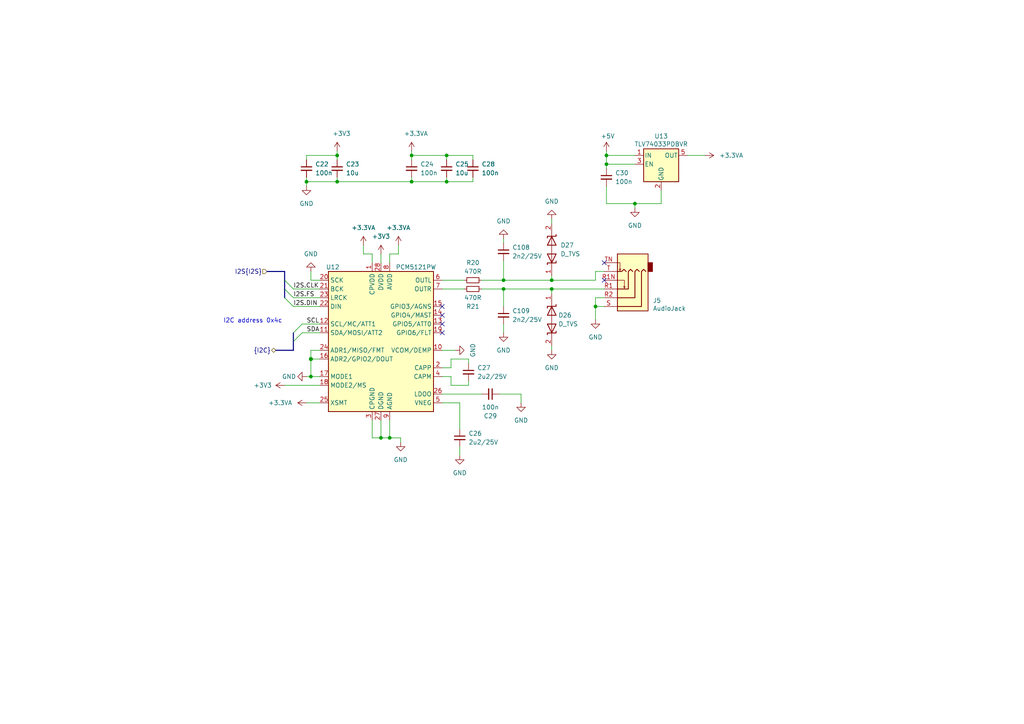
<source format=kicad_sch>
(kicad_sch (version 20231120) (generator "eeschema") (generator_version "8.0")
  (paper "A4")
  (title_block (title "Audio") (date "2022-11-06") (rev "1.3b") (company "Nabu Casa") (comment 1 "www.nabucasa.com") (comment 2 "Yellow"))
  (lib_symbols
    (symbol "Audio:PCM5121PW"
      (property "Reference" "U" (at -13.97 21.59 0))
      (property "Value" "PCM5121PW" (at 10.16 21.59 0))
      (symbol "PCM5121PW_0_1"
        (rectangle (start -15.24 20.32) (end 15.24 -20.32) (stroke (width 0.254)) (fill (type background)))
      )
      (symbol "PCM5121PW_1_1"
        (pin power_in line (at -2.54 22.86 270) (length 2.54) (name "CPVDD") (number "1"))
        (pin bidirectional line (at 17.78 -2.54 180) (length 2.54) (name "VCOM/DEMP") (number "10"))
        (pin bidirectional line (at -17.78 2.54 0) (length 2.54) (name "SDA/MOSI/ATT2") (number "11"))
        (pin input line (at -17.78 5.08 0) (length 2.54) (name "SCL/MC/ATT1") (number "12"))
        (pin bidirectional line (at 17.78 5.08 180) (length 2.54) (name "GPIO5/ATT0") (number "13"))
        (pin bidirectional line (at 17.78 7.62 180) (length 2.54) (name "GPIO4/MAST") (number "14"))
        (pin bidirectional line (at 17.78 10.16 180) (length 2.54) (name "GPIO3/AGNS") (number "15"))
        (pin bidirectional line (at -17.78 -5.08 0) (length 2.54) (name "ADR2/GPIO2/DOUT") (number "16"))
        (pin input line (at -17.78 -10.16 0) (length 2.54) (name "MODE1") (number "17"))
        (pin input line (at -17.78 -12.7 0) (length 2.54) (name "MODE2/MS") (number "18"))
        (pin bidirectional line (at 17.78 2.54 180) (length 2.54) (name "GPIO6/FLT") (number "19"))
        (pin passive line (at 17.78 -7.62 180) (length 2.54) (name "CAPP") (number "2"))
        (pin input line (at -17.78 17.78 0) (length 2.54) (name "SCK") (number "20"))
        (pin bidirectional line (at -17.78 15.24 0) (length 2.54) (name "BCK") (number "21"))
        (pin input line (at -17.78 10.16 0) (length 2.54) (name "DIN") (number "22"))
        (pin bidirectional line (at -17.78 12.7 0) (length 2.54) (name "LRCK") (number "23"))
        (pin bidirectional line (at -17.78 -2.54 0) (length 2.54) (name "ADR1/MISO/FMT") (number "24"))
        (pin input line (at -17.78 -17.78 0) (length 2.54) (name "XSMT") (number "25"))
        (pin passive line (at 17.78 -15.24 180) (length 2.54) (name "LDOO") (number "26"))
        (pin power_in line (at 0 -22.86 90) (length 2.54) (name "DGND") (number "27"))
        (pin power_in line (at 0 22.86 270) (length 2.54) (name "DVDD") (number "28"))
        (pin power_in line (at -2.54 -22.86 90) (length 2.54) (name "CPGND") (number "3"))
        (pin passive line (at 17.78 -10.16 180) (length 2.54) (name "CAPM") (number "4"))
        (pin passive line (at 17.78 -17.78 180) (length 2.54) (name "VNEG") (number "5"))
        (pin output line (at 17.78 17.78 180) (length 2.54) (name "OUTL") (number "6"))
        (pin output line (at 17.78 15.24 180) (length 2.54) (name "OUTR") (number "7"))
        (pin power_in line (at 2.54 22.86 270) (length 2.54) (name "AVDD") (number "8"))
        (pin power_in line (at 2.54 -22.86 90) (length 2.54) (name "AGND") (number "9"))
      )
    )
    (symbol "Connector:AudioJack4_SwitchTR1"
      (property "Reference" "J" (at 0 11.43 0))
      (property "Value" "AudioJack4_SwitchTR1" (at 0 8.89 0))
      (symbol "AudioJack4_SwitchTR1_0_1"
        (rectangle (start -7.62 -5.08) (end -8.89 -7.62) (stroke (width 0.254)) (fill (type outline)))
        (polyline (pts (xy 1.27 -5.08) (xy 2.54 -5.08)))
        (polyline (pts (xy 1.27 2.54) (xy 2.54 2.54)))
        (polyline (pts (xy 2.54 0) (xy 1.27 0)))
        (polyline (pts (xy 2.54 5.08) (xy 1.27 5.08)))
        (rectangle (start 1.27 6.35) (end -7.62 -10.16) (stroke (width 0.254)) (fill (type background)))
      )
      (symbol "AudioJack4_SwitchTR1_1_1"
        (polyline (pts (xy -0.762 -0.254) (xy -0.508 -0.762)))
        (polyline (pts (xy 0.508 -5.334) (xy 0.762 -5.842)))
        (polyline (pts (xy -1.27 -5.08) (xy -0.635 -5.715) (xy 0 -5.08) (xy 1.27 -5.08)) (stroke (width 0.254)))
        (polyline (pts (xy 2.54 -7.62) (xy 0.508 -7.62) (xy 0.508 -5.334) (xy 0.254 -5.842)))
        (polyline (pts (xy 2.54 -2.54) (xy -0.762 -2.54) (xy -0.762 -0.254) (xy -1.016 -0.762)))
        (polyline (pts (xy -3.175 -5.08) (xy -2.54 -5.715) (xy -1.905 -5.08) (xy -1.905 0) (xy 1.27 0)) (stroke (width 0.254)))
        (polyline (pts (xy 1.27 2.54) (xy -3.81 2.54) (xy -3.81 -5.08) (xy -4.445 -5.715) (xy -5.08 -5.08)) (stroke (width 0.254)))
        (polyline (pts (xy 1.27 5.08) (xy -5.715 5.08) (xy -5.715 -5.08) (xy -6.35 -5.715) (xy -6.985 -5.08)) (stroke (width 0.254)))
        (pin passive line (at 5.08 0 180) (length 2.54) (name "~") (number "R1"))
        (pin passive line (at 5.08 -2.54 180) (length 2.54) (name "~") (number "R1N"))
        (pin passive line (at 5.08 2.54 180) (length 2.54) (name "~") (number "R2"))
        (pin passive line (at 5.08 5.08 180) (length 2.54) (name "~") (number "S"))
        (pin passive line (at 5.08 -5.08 180) (length 2.54) (name "~") (number "T"))
        (pin passive line (at 5.08 -7.62 180) (length 2.54) (name "~") (number "TN"))
      )
    )
    (symbol "Device:C_Small" (pin_numbers hide) (pin_names (offset 0.254) hide)
      (property "Reference" "C" (at 0.254 1.778 0))
      (property "Value" "C_Small" (at 0.254 -2.032 0))
      (symbol "C_Small_0_1"
        (polyline (pts (xy -1.524 -0.508) (xy 1.524 -0.508)) (stroke (width 0.3302)))
        (polyline (pts (xy -1.524 0.508) (xy 1.524 0.508)) (stroke (width 0.3048)))
      )
      (symbol "C_Small_1_1"
        (pin passive line (at 0 2.54 270) (length 2.032) (name "~") (number "1"))
        (pin passive line (at 0 -2.54 90) (length 2.032) (name "~") (number "2"))
      )
    )
    (symbol "Device:R_Small" (pin_numbers hide) (pin_names (offset 0.254) hide)
      (property "Reference" "R" (at 0.762 0.508 0))
      (property "Value" "R_Small" (at 0.762 -1.016 0))
      (symbol "R_Small_0_1"
        (rectangle (start -0.762 1.778) (end 0.762 -1.778) (stroke (width 0.2032)))
      )
      (symbol "R_Small_1_1"
        (pin passive line (at 0 2.54 270) (length 0.762) (name "~") (number "1"))
        (pin passive line (at 0 -2.54 90) (length 0.762) (name "~") (number "2"))
      )
    )
    (symbol "Regulator_Linear:TLV73333PDBV" (pin_names (offset 0.254))
      (property "Reference" "U" (at -3.81 5.715 0))
      (property "Value" "TLV73333PDBV" (at 0 5.715 0))
      (symbol "TLV73333PDBV_0_1"
        (rectangle (start -5.08 4.445) (end 5.08 -5.08) (stroke (width 0.254)) (fill (type background)))
      )
      (symbol "TLV73333PDBV_1_1"
        (pin power_in line (at -7.62 2.54 0) (length 2.54) (name "IN") (number "1"))
        (pin power_in line (at 0 -7.62 90) (length 2.54) (name "GND") (number "2"))
        (pin input line (at -7.62 0 0) (length 2.54) (name "EN") (number "3"))
        (pin no_connect line (at 5.08 0 180) (length 2.54) hide (name "NC") (number "4"))
        (pin power_out line (at 7.62 2.54 180) (length 2.54) (name "OUT") (number "5"))
      )
    )
    (symbol "Yellow:D_TVS_Reverse" (pin_names (offset 1.016) hide)
      (property "Reference" "D" (at 0 2.54 0))
      (property "Value" "D_TVS_Reverse" (at 0 -2.54 0))
      (symbol "D_TVS_Reverse_0_1"
        (polyline (pts (xy 5.08 0) (xy -5.08 0)))
        (polyline (pts (xy -4.3688 1.27) (xy -3.8608 1.27) (xy -3.8608 -1.27) (xy -3.3528 -1.27)) (stroke (width 0.254)))
        (polyline (pts (xy -3.81 0) (xy -1.27 1.27) (xy -1.27 -1.27) (xy -3.81 0)) (stroke (width 0.254)))
        (polyline (pts (xy 3.81 0) (xy 1.27 -1.27) (xy 1.27 1.27) (xy 3.81 0)) (stroke (width 0.254)))
        (polyline (pts (xy 4.3688 -1.27) (xy 3.8608 -1.27) (xy 3.8608 1.27) (xy 3.3528 1.27)) (stroke (width 0.254)))
      )
      (symbol "D_TVS_Reverse_1_1"
        (pin passive line (at -7.62 0 0) (length 2.54) (name "A1") (number "1"))
        (pin passive line (at 7.62 0 180) (length 2.54) (name "A2") (number "2"))
      )
    )
    (symbol "power:+3.3V" (power) (pin_names (offset 0))
      (property "Value" "+3.3V" (at 0 3.556 0))
      (symbol "+3.3V_0_1"
        (polyline (pts (xy -0.762 1.27) (xy 0 2.54)))
        (polyline (pts (xy 0 0) (xy 0 2.54)))
        (polyline (pts (xy 0 2.54) (xy 0.762 1.27)))
      )
      (symbol "+3.3V_1_1"
        (pin power_in line (at 0 0 90) (length 0) hide (name "+3V3") (number "1"))
      )
    )
    (symbol "power:+3.3VA" (power) (pin_names (offset 0))
      (property "Value" "+3.3VA" (at 0 3.556 0))
      (symbol "+3.3VA_0_1"
        (polyline (pts (xy -0.762 1.27) (xy 0 2.54)))
        (polyline (pts (xy 0 0) (xy 0 2.54)))
        (polyline (pts (xy 0 2.54) (xy 0.762 1.27)))
      )
      (symbol "+3.3VA_1_1"
        (pin power_in line (at 0 0 90) (length 0) hide (name "+3.3VA") (number "1"))
      )
    )
    (symbol "power:+5V" (power) (pin_names (offset 0))
      (property "Value" "+5V" (at 0 3.556 0))
      (symbol "+5V_0_1"
        (polyline (pts (xy -0.762 1.27) (xy 0 2.54)))
        (polyline (pts (xy 0 0) (xy 0 2.54)))
        (polyline (pts (xy 0 2.54) (xy 0.762 1.27)))
      )
      (symbol "+5V_1_1"
        (pin power_in line (at 0 0 90) (length 0) hide (name "+5V") (number "1"))
      )
    )
    (symbol "power:GND" (power) (pin_names (offset 0))
      (property "Value" "GND" (at 0 -3.81 0))
      (symbol "GND_0_1"
        (polyline (pts (xy 0 0) (xy 0 -1.27) (xy 1.27 -1.27) (xy 0 -2.54) (xy -1.27 -1.27) (xy 0 -1.27)))
      )
      (symbol "GND_1_1"
        (pin power_in line (at 0 0 270) (length 0) hide (name "GND") (number "1"))
      )
    )
  )
  (bus_alias "I2S" (members "CLK" "FS" "DIN"))
  (junction (at 146.05 81.28) (diameter 0.9144))
  (junction (at 110.49 127) (diameter 0.9144))
  (junction (at 175.895 45.085) (diameter 0.9144))
  (junction (at 129.54 45.085) (diameter 0.9144))
  (junction (at 160.02 83.82) (diameter 0.9144))
  (junction (at 90.17 104.14) (diameter 1.016))
  (junction (at 113.03 127) (diameter 0.9144))
  (junction (at 119.38 45.085) (diameter 0.9144))
  (junction (at 97.79 52.705) (diameter 0.9144))
  (junction (at 88.9 52.705) (diameter 0.9144))
  (junction (at 97.79 45.085) (diameter 0.9144))
  (junction (at 146.05 83.82) (diameter 0.9144))
  (junction (at 90.17 109.22) (diameter 0.9144))
  (junction (at 119.38 52.705) (diameter 0.9144))
  (junction (at 160.02 81.28) (diameter 0.9144))
  (junction (at 129.54 52.705) (diameter 0.9144))
  (junction (at 172.72 88.9) (diameter 0.9144))
  (junction (at 184.15 59.055) (diameter 0.9144))
  (junction (at 175.895 47.625) (diameter 0.9144))
  (no_connect (at 128.27 93.98))
  (no_connect (at 128.27 91.44))
  (no_connect (at 128.27 88.9))
  (no_connect (at 128.27 96.52))
  (no_connect (at 175.26 76.2))
  (no_connect (at 175.26 81.28))
  (bus_entry (at 82.55 86.36) (size 2.54 2.54) (stroke (width 0.1524)))
  (bus_entry (at 85.09 99.06) (size 2.54 -2.54) (stroke (width 0.1524)))
  (bus_entry (at 82.55 81.28) (size 2.54 2.54) (stroke (width 0.1524)))
  (bus_entry (at 82.55 83.82) (size 2.54 2.54) (stroke (width 0.1524)))
  (bus_entry (at 85.09 96.52) (size 2.54 -2.54) (stroke (width 0.1524)))
  (wire (pts (xy 97.79 45.085) (xy 97.79 46.355)))
  (wire (pts (xy 92.71 101.6) (xy 90.17 101.6)))
  (wire (pts (xy 133.35 116.84) (xy 133.35 124.46)))
  (wire (pts (xy 160.02 81.28) (xy 172.72 81.28)))
  (wire (pts (xy 172.72 81.28) (xy 172.72 78.74)))
  (wire (pts (xy 172.72 78.74) (xy 175.26 78.74)))
  (wire (pts (xy 160.02 83.82) (xy 160.02 85.09)))
  (bus (pts (xy 82.55 78.74) (xy 82.55 81.28)))
  (bus (pts (xy 82.55 81.28) (xy 82.55 83.82)))
  (bus (pts (xy 82.55 83.82) (xy 82.55 86.36)))
  (wire (pts (xy 146.05 75.565) (xy 146.05 81.28)))
  (bus (pts (xy 80.01 101.6) (xy 85.09 101.6)))
  (wire (pts (xy 107.95 76.2) (xy 107.95 73.66)))
  (wire (pts (xy 130.81 109.22) (xy 130.81 111.76)))
  (wire (pts (xy 175.895 47.625) (xy 184.15 47.625)))
  (wire (pts (xy 139.7 83.82) (xy 146.05 83.82)))
  (wire (pts (xy 175.895 53.975) (xy 175.895 59.055)))
  (wire (pts (xy 107.95 121.92) (xy 107.95 127)))
  (wire (pts (xy 113.03 127) (xy 116.205 127)))
  (wire (pts (xy 116.205 127) (xy 116.205 128.27)))
  (wire (pts (xy 160.02 80.01) (xy 160.02 81.28)))
  (wire (pts (xy 130.81 104.14) (xy 135.89 104.14)))
  (wire (pts (xy 172.72 86.36) (xy 172.72 88.9)))
  (wire (pts (xy 175.26 86.36) (xy 172.72 86.36)))
  (wire (pts (xy 133.35 129.54) (xy 133.35 132.08)))
  (wire (pts (xy 88.9 109.22) (xy 90.17 109.22)))
  (wire (pts (xy 137.16 51.435) (xy 137.16 52.705)))
  (wire (pts (xy 137.16 46.355) (xy 137.16 45.085)))
  (wire (pts (xy 88.9 45.085) (xy 97.79 45.085)))
  (wire (pts (xy 88.9 46.355) (xy 88.9 45.085)))
  (wire (pts (xy 130.81 111.76) (xy 135.89 111.76)))
  (wire (pts (xy 146.05 83.82) (xy 146.05 88.9)))
  (wire (pts (xy 175.895 43.815) (xy 175.895 45.085)))
  (wire (pts (xy 90.17 78.74) (xy 90.17 81.28)))
  (wire (pts (xy 199.39 45.085) (xy 204.47 45.085)))
  (wire (pts (xy 160.02 100.33) (xy 160.02 101.6)))
  (wire (pts (xy 87.63 96.52) (xy 92.71 96.52)))
  (wire (pts (xy 146.05 93.98) (xy 146.05 96.52)))
  (wire (pts (xy 146.05 69.215) (xy 146.05 70.485)))
  (wire (pts (xy 128.27 81.28) (xy 134.62 81.28)))
  (wire (pts (xy 175.895 47.625) (xy 175.895 48.895)))
  (wire (pts (xy 87.63 93.98) (xy 92.71 93.98)))
  (wire (pts (xy 92.71 104.14) (xy 90.17 104.14)))
  (wire (pts (xy 85.09 86.36) (xy 92.71 86.36)))
  (wire (pts (xy 90.17 104.14) (xy 90.17 109.22)))
  (wire (pts (xy 137.16 45.085) (xy 129.54 45.085)))
  (wire (pts (xy 107.95 73.66) (xy 105.41 73.66)))
  (wire (pts (xy 88.9 52.705) (xy 88.9 53.975)))
  (wire (pts (xy 146.05 81.28) (xy 160.02 81.28)))
  (wire (pts (xy 110.49 121.92) (xy 110.49 127)))
  (wire (pts (xy 129.54 45.085) (xy 129.54 46.355)))
  (wire (pts (xy 85.09 83.82) (xy 92.71 83.82)))
  (wire (pts (xy 97.79 51.435) (xy 97.79 52.705)))
  (wire (pts (xy 92.71 81.28) (xy 90.17 81.28)))
  (wire (pts (xy 88.9 51.435) (xy 88.9 52.705)))
  (wire (pts (xy 130.81 106.68) (xy 130.81 104.14)))
  (wire (pts (xy 172.72 88.9) (xy 172.72 92.71)))
  (wire (pts (xy 175.26 88.9) (xy 172.72 88.9)))
  (wire (pts (xy 128.27 83.82) (xy 134.62 83.82)))
  (wire (pts (xy 97.79 52.705) (xy 119.38 52.705)))
  (wire (pts (xy 129.54 52.705) (xy 129.54 51.435)))
  (wire (pts (xy 184.15 59.055) (xy 191.77 59.055)))
  (wire (pts (xy 175.895 45.085) (xy 184.15 45.085)))
  (wire (pts (xy 128.27 109.22) (xy 130.81 109.22)))
  (wire (pts (xy 128.27 114.3) (xy 139.7 114.3)))
  (wire (pts (xy 82.55 111.76) (xy 92.71 111.76)))
  (wire (pts (xy 129.54 52.705) (xy 137.16 52.705)))
  (bus (pts (xy 77.47 78.74) (xy 82.55 78.74)))
  (wire (pts (xy 128.27 116.84) (xy 133.35 116.84)))
  (wire (pts (xy 128.27 101.6) (xy 132.08 101.6)))
  (wire (pts (xy 119.38 45.085) (xy 119.38 46.355)))
  (wire (pts (xy 119.38 45.085) (xy 129.54 45.085)))
  (wire (pts (xy 115.57 73.66) (xy 115.57 71.12)))
  (wire (pts (xy 113.03 73.66) (xy 115.57 73.66)))
  (wire (pts (xy 191.77 59.055) (xy 191.77 55.245)))
  (wire (pts (xy 160.02 63.5) (xy 160.02 64.77)))
  (wire (pts (xy 139.7 81.28) (xy 146.05 81.28)))
  (wire (pts (xy 105.41 73.66) (xy 105.41 71.12)))
  (wire (pts (xy 92.71 109.22) (xy 90.17 109.22)))
  (wire (pts (xy 135.89 111.76) (xy 135.89 110.49)))
  (wire (pts (xy 88.9 116.84) (xy 92.71 116.84)))
  (wire (pts (xy 175.895 45.085) (xy 175.895 47.625)))
  (wire (pts (xy 113.03 76.2) (xy 113.03 73.66)))
  (wire (pts (xy 119.38 51.435) (xy 119.38 52.705)))
  (wire (pts (xy 175.895 59.055) (xy 184.15 59.055)))
  (wire (pts (xy 97.79 43.815) (xy 97.79 45.085)))
  (wire (pts (xy 135.89 104.14) (xy 135.89 105.41)))
  (wire (pts (xy 144.78 114.3) (xy 151.13 114.3)))
  (wire (pts (xy 184.15 59.055) (xy 184.15 60.325)))
  (wire (pts (xy 113.03 121.92) (xy 113.03 127)))
  (wire (pts (xy 119.38 43.815) (xy 119.38 45.085)))
  (wire (pts (xy 160.02 83.82) (xy 175.26 83.82)))
  (wire (pts (xy 146.05 83.82) (xy 160.02 83.82)))
  (wire (pts (xy 107.95 127) (xy 110.49 127)))
  (wire (pts (xy 110.49 127) (xy 113.03 127)))
  (wire (pts (xy 85.09 88.9) (xy 92.71 88.9)))
  (wire (pts (xy 119.38 52.705) (xy 129.54 52.705)))
  (wire (pts (xy 110.49 76.2) (xy 110.49 73.66)))
  (wire (pts (xy 90.17 101.6) (xy 90.17 104.14)))
  (bus (pts (xy 85.09 99.06) (xy 85.09 101.6)))
  (bus (pts (xy 85.09 96.52) (xy 85.09 99.06)))
  (wire (pts (xy 151.13 114.3) (xy 151.13 116.84)))
  (wire (pts (xy 88.9 52.705) (xy 97.79 52.705)))
  (wire (pts (xy 128.27 106.68) (xy 130.81 106.68)))
  (text "I2C address 0x4c" (at 64.77 93.853 0) (effects (font (size 1.27 1.27)) (justify left bottom)))
  (label "SDA" (at 88.9 96.52 0))
  (label "SCL" (at 88.9 93.98 0))
  (label "I2S.CLK" (at 85.09 83.82 0))
  (label "I2S.DIN" (at 85.09 88.9 0))
  (label "I2S.FS" (at 85.09 86.36 0))
  (hierarchical_label "I2S{I2S}" (shape input) (at 77.47 78.74 180))
  (hierarchical_label "{I2C}" (shape bidirectional) (at 80.01 101.6 180))
  (symbol (lib_id "Device:C_Small") (at 137.16 48.895 0) (unit 1)
    (property "Reference" "C28" (at 139.7 47.625 0) (effects (justify left)))
    (property "Value" "100n" (at 139.7 50.165 0) (effects (justify left)))
    (property "Footprint" "Capacitor_SMD:C_0402_1005Metric" (effects (hide yes)))
    (property "Config" "+Audio" (effects (hide yes)))
  )
  (symbol (lib_id "Device:C_Small") (at 142.24 114.3 270) (unit 1)
    (property "Reference" "C29" (at 142.24 120.65 90))
    (property "Value" "100n" (at 142.24 118.11 90))
    (property "Footprint" "Capacitor_SMD:C_0402_1005Metric" (effects (hide yes)))
    (property "Config" "+Audio" (effects (hide yes)))
  )
  (symbol (lib_id "Device:C_Small") (at 119.38 48.895 0) (unit 1)
    (property "Reference" "C24" (at 121.92 47.625 0) (effects (justify left)))
    (property "Value" "100n" (at 121.92 50.165 0) (effects (justify left)))
    (property "Footprint" "Capacitor_SMD:C_0402_1005Metric" (effects (hide yes)))
    (property "Config" "+Audio" (effects (hide yes)))
  )
  (symbol (lib_id "power:GND") (at 132.08 101.6 90) (unit 1)
    (property "Reference" "#PWR0180" (effects (hide yes)))
    (property "Value" "GND" (at 137.16 101.6 0))
  )
  (symbol (lib_id "Device:C_Small") (at 146.05 73.025 0) (unit 1)
    (property "Reference" "C108" (at 148.59 71.755 0) (effects (justify left)))
    (property "Value" "2n2/25V" (at 148.59 74.295 0) (effects (justify left)))
    (property "Footprint" "Capacitor_SMD:C_0402_1005Metric" (effects (hide yes)))
    (property "Config" "+Audio" (effects (hide yes)))
  )
  (symbol (lib_id "Audio:PCM5121PW") (at 110.49 99.06 0) (unit 1)
    (property "Reference" "U12" (at 96.52 77.47 0))
    (property "Value" "PCM5121PW" (at 120.65 77.47 0))
    (property "Footprint" "Package_SO:TSSOP-28_4.4x9.7mm_P0.65mm" (effects (hide yes)))
    (property "Datasheet" "http://www.ti.com/lit/ds/symlink/pcm5121.pdf" (effects (hide yes)))
    (property "Manufacturer" "Texas Instruments" (effects (hide yes)))
    (property "PartNumber" "PCM5121PWR" (effects (hide yes)))
    (property "Config" "+Audio" (effects (hide yes)))
  )
  (symbol (lib_id "Device:R_Small") (at 137.16 83.82 90) (unit 1)
    (property "Reference" "R21" (at 137.16 88.9 90))
    (property "Value" "470R" (at 137.16 86.36 90))
    (property "Footprint" "Resistor_SMD:R_0402_1005Metric" (effects (hide yes)))
    (property "Config" "+Audio" (effects (hide yes)))
  )
  (symbol (lib_id "power:GND") (at 160.02 101.6 0) (unit 1)
    (property "Reference" "#PWR0198" (effects (hide yes)))
    (property "Value" "GND" (at 160.02 106.68 0))
  )
  (symbol (lib_id "power:GND") (at 146.05 96.52 0) (unit 1)
    (property "Reference" "#PWR0181" (effects (hide yes)))
    (property "Value" "GND" (at 146.05 101.6 0))
  )
  (symbol (lib_id "power:+3.3VA") (at 204.47 45.085 270) (unit 1)
    (property "Reference" "#PWR083" (effects (hide yes)))
    (property "Value" "+3.3VA" (at 212.09 45.085 90))
  )
  (symbol (lib_id "Connector:AudioJack4_SwitchTR1") (at 180.34 83.82 180) (unit 1)
    (property "Reference" "J5" (at 189.3571 87.1664 0) (effects (justify right)))
    (property "Value" "AudioJack" (at 189.357 89.465 0) (effects (justify right)))
    (property "Footprint" "Yellow:Jack_3.5mm_XKB_PJ-3270_Horizontal" (effects (hide yes)))
    (property "Datasheet" "https://datasheet.lcsc.com/lcsc/2002271813_XKB-Connectivity-PJ-3270_C381134.pdf" (effects (hide yes)))
    (property "Manufacturer" "XKB Connectivity" (effects (hide yes)))
    (property "PartNumber" "PJ-3270" (effects (hide yes)))
    (property "Config" "+Audio" (effects (hide yes)))
  )
  (symbol (lib_id "power:+3.3VA") (at 115.57 71.12 0) (unit 1)
    (property "Reference" "#PWR074" (effects (hide yes)))
    (property "Value" "+3.3VA" (at 115.57 66.04 0))
  )
  (symbol (lib_id "power:GND") (at 146.05 69.215 180) (unit 1)
    (property "Reference" "#PWR0217" (effects (hide yes)))
    (property "Value" "GND" (at 146.05 64.135 0))
  )
  (symbol (lib_id "Device:R_Small") (at 137.16 81.28 90) (unit 1)
    (property "Reference" "R20" (at 137.16 76.2 90))
    (property "Value" "470R" (at 137.16 78.74 90))
    (property "Footprint" "Resistor_SMD:R_0402_1005Metric" (effects (hide yes)))
    (property "Config" "+Audio" (effects (hide yes)))
  )
  (symbol (lib_id "power:GND") (at 88.9 109.22 270) (unit 1)
    (property "Reference" "#PWR065" (effects (hide yes)))
    (property "Value" "GND" (at 83.82 109.22 90))
  )
  (symbol (lib_id "power:GND") (at 160.02 63.5 180) (unit 1)
    (property "Reference" "#PWR0200" (effects (hide yes)))
    (property "Value" "GND" (at 160.02 58.42 0))
  )
  (symbol (lib_id "Device:C_Small") (at 97.79 48.895 0) (unit 1)
    (property "Reference" "C23" (at 100.33 47.625 0) (effects (justify left)))
    (property "Value" "10u" (at 100.33 50.165 0) (effects (justify left)))
    (property "Footprint" "Capacitor_SMD:C_0805_2012Metric" (effects (hide yes)))
    (property "Config" "+Audio" (effects (hide yes)))
  )
  (symbol (lib_id "Device:C_Small") (at 129.54 48.895 0) (unit 1)
    (property "Reference" "C25" (at 132.08 47.625 0) (effects (justify left)))
    (property "Value" "10u" (at 132.08 50.165 0) (effects (justify left)))
    (property "Footprint" "Capacitor_SMD:C_0805_2012Metric" (effects (hide yes)))
    (property "Config" "+Audio" (effects (hide yes)))
  )
  (symbol (lib_id "Device:C_Small") (at 146.05 91.44 0) (unit 1)
    (property "Reference" "C109" (at 148.59 90.1699 0) (effects (justify left)))
    (property "Value" "2n2/25V" (at 148.59 92.7099 0) (effects (justify left)))
    (property "Footprint" "Capacitor_SMD:C_0402_1005Metric" (effects (hide yes)))
    (property "Config" "+Audio" (effects (hide yes)))
  )
  (symbol (lib_id "power:+3.3V") (at 110.49 73.66 0) (unit 1)
    (property "Reference" "#PWR071" (effects (hide yes)))
    (property "Value" "+3V3" (at 110.49 68.58 0))
  )
  (symbol (lib_id "power:GND") (at 90.17 78.74 180) (unit 1)
    (property "Reference" "#PWR067" (effects (hide yes)))
    (property "Value" "GND" (at 90.17 73.66 0))
  )
  (symbol (lib_id "Regulator_Linear:TLV73333PDBV") (at 191.77 47.625 0) (unit 1)
    (property "Reference" "U13" (at 191.77 39.5032 0))
    (property "Value" "TLV74033PDBVR" (at 191.77 41.8019 0))
    (property "Footprint" "Package_TO_SOT_SMD:SOT-23-5" (effects (hide yes)))
    (property "Datasheet" "https://media.digikey.com/pdf/Data%20Sheets/TDK%20PDFs/TLV740P_DS.pdf" (effects (hide yes)))
    (property "Manufacturer" "Texas Instruments" (effects (hide yes)))
    (property "PartNumber" "TLV74033PDBVR" (effects (hide yes)))
    (property "Config" "+Audio" (effects (hide yes)))
  )
  (symbol (lib_id "power:GND") (at 88.9 53.975 0) (unit 1)
    (property "Reference" "#PWR064" (effects (hide yes)))
    (property "Value" "GND" (at 88.9 59.055 0))
  )
  (symbol (lib_id "Device:C_Small") (at 175.895 51.435 0) (unit 1)
    (property "Reference" "C30" (at 178.435 50.165 0) (effects (justify left)))
    (property "Value" "100n" (at 178.435 52.705 0) (effects (justify left)))
    (property "Footprint" "Capacitor_SMD:C_0402_1005Metric" (effects (hide yes)))
  )
  (symbol (lib_id "power:GND") (at 151.13 116.84 0) (unit 1)
    (property "Reference" "#PWR0184" (effects (hide yes)))
    (property "Value" "GND" (at 151.13 121.92 0))
  )
  (symbol (lib_id "power:+5V") (at 175.895 43.815 0) (unit 1)
    (property "Reference" "#PWR081" (effects (hide yes)))
    (property "Value" "+5V" (at 176.2633 39.4906 0))
  )
  (symbol (lib_id "power:GND") (at 133.35 132.08 0) (unit 1)
    (property "Reference" "#PWR0185" (effects (hide yes)))
    (property "Value" "GND" (at 133.35 137.16 0))
  )
  (symbol (lib_id "Device:C_Small") (at 133.35 127 0) (mirror y) (unit 1)
    (property "Reference" "C26" (at 135.89 125.73 0) (effects (justify right)))
    (property "Value" "2u2/25V" (at 135.89 128.27 0) (effects (justify right)))
    (property "Footprint" "Capacitor_SMD:C_0805_2012Metric" (effects (hide yes)))
    (property "Config" "+Audio" (effects (hide yes)))
  )
  (symbol (lib_id "Device:C_Small") (at 88.9 48.895 0) (unit 1)
    (property "Reference" "C22" (at 91.44 47.625 0) (effects (justify left)))
    (property "Value" "100n" (at 91.44 50.165 0) (effects (justify left)))
    (property "Footprint" "Capacitor_SMD:C_0402_1005Metric" (effects (hide yes)))
    (property "Config" "+Audio" (effects (hide yes)))
  )
  (symbol (lib_id "Yellow:D_TVS_Reverse") (at 160.02 72.39 90) (unit 1)
    (property "Reference" "D27" (at 162.56 71.1199 90) (effects (justify right)))
    (property "Value" "D_TVS" (at 162.56 73.6599 90) (effects (justify right)))
    (property "Footprint" "Diode_SMD:D_0402_1005Metric" (effects (hide yes)))
    (property "Manufacturer" "Texas Instruments" (effects (hide yes)))
    (property "PartNumber" "TPD1E10B09QDPYRQ1" (effects (hide yes)))
    (property "Config" "+Audio" (effects (hide yes)))
  )
  (symbol (lib_id "power:+3.3V") (at 97.79 43.815 0) (unit 1)
    (property "Reference" "#PWR068" (effects (hide yes)))
    (property "Value" "+3V3" (at 99.06 38.735 0))
  )
  (symbol (lib_id "power:+3.3VA") (at 119.38 43.815 0) (unit 1)
    (property "Reference" "#PWR075" (effects (hide yes)))
    (property "Value" "+3.3VA" (at 120.65 38.735 0))
  )
  (symbol (lib_id "power:+3.3VA") (at 88.9 116.84 90) (unit 1)
    (property "Reference" "#PWR066" (effects (hide yes)))
    (property "Value" "+3.3VA" (at 81.28 116.84 90))
  )
  (symbol (lib_id "power:+3.3VA") (at 105.41 71.12 0) (unit 1)
    (property "Reference" "#PWR069" (effects (hide yes)))
    (property "Value" "+3.3VA" (at 105.41 66.04 0))
  )
  (symbol (lib_id "Yellow:D_TVS_Reverse") (at 160.02 92.71 270) (unit 1)
    (property "Reference" "D26" (at 161.925 91.4399 90) (effects (justify left)))
    (property "Value" "D_TVS" (at 161.925 93.9799 90) (effects (justify left)))
    (property "Footprint" "Diode_SMD:D_0402_1005Metric" (effects (hide yes)))
    (property "Manufacturer" "Texas Instruments" (effects (hide yes)))
    (property "PartNumber" "TPD1E10B09QDPYRQ1" (effects (hide yes)))
    (property "Config" "+Audio" (effects (hide yes)))
  )
  (symbol (lib_id "power:GND") (at 116.205 128.27 0) (unit 1)
    (property "Reference" "#PWR072" (effects (hide yes)))
    (property "Value" "GND" (at 116.205 133.35 0))
  )
  (symbol (lib_id "power:GND") (at 172.72 92.71 0) (unit 1)
    (property "Reference" "#PWR0197" (effects (hide yes)))
    (property "Value" "GND" (at 172.72 97.79 0))
  )
  (symbol (lib_id "Device:C_Small") (at 135.89 107.95 0) (unit 1)
    (property "Reference" "C27" (at 138.43 106.68 0) (effects (justify left)))
    (property "Value" "2u2/25V" (at 138.43 109.22 0) (effects (justify left)))
    (property "Footprint" "Capacitor_SMD:C_0805_2012Metric" (effects (hide yes)))
    (property "Config" "+Audio" (effects (hide yes)))
  )
  (symbol (lib_id "power:+3.3V") (at 82.55 111.76 90) (unit 1)
    (property "Reference" "#PWR063" (effects (hide yes)))
    (property "Value" "+3V3" (at 76.2 111.76 90))
  )
  (symbol (lib_id "power:GND") (at 184.15 60.325 0) (unit 1)
    (property "Reference" "#PWR0216" (effects (hide yes)))
    (property "Value" "GND" (at 184.15 65.405 0))
  )
)
</source>
